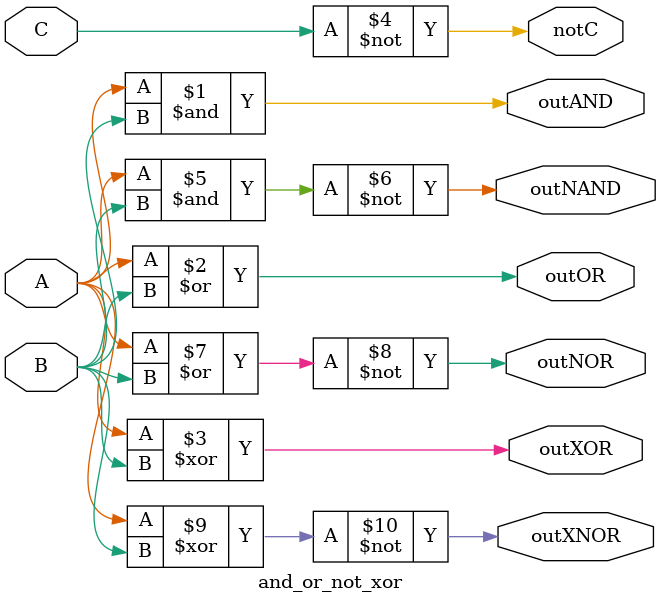
<source format=v>
`timescale 1ns / 1ps


module and_or_not_xor(
    input A,
    input B,
    input C,
    output outAND,
    output outOR,
    output outXOR,
    output notC,
    output outNAND,
    output outNOR,
    output outXNOR
    );
    assign outAND = A & B;
    assign outOR = A | B;
    assign outXOR = A ^ B;
    assign notC = ~C;
    assign outNAND = ~(A & B);
    assign outNOR = ~(A | B);
    assign outXNOR = ~(A ^ B);
endmodule

</source>
